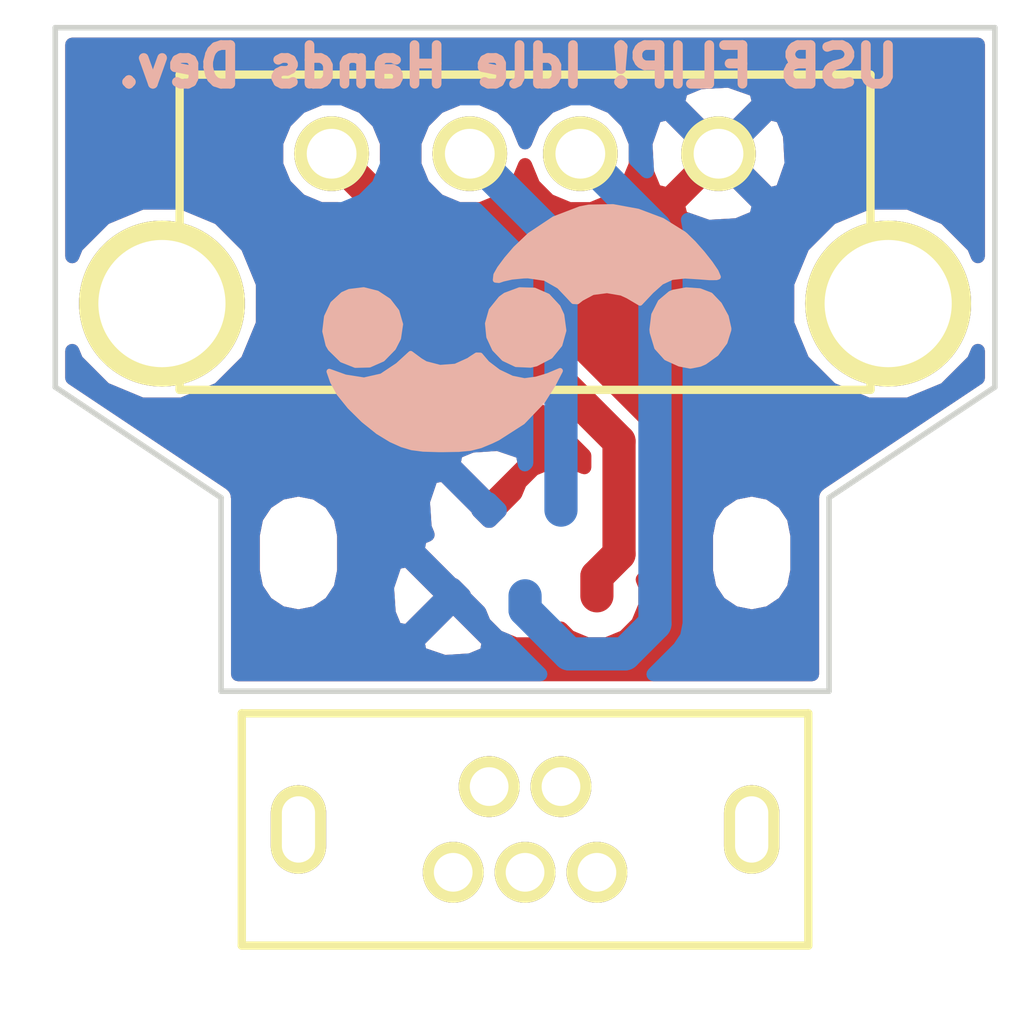
<source format=kicad_pcb>
(kicad_pcb (version 4) (host pcbnew "(2015-07-04 BZR 5884, Git c1bbf3e)-product")

  (general
    (links 5)
    (no_connects 0)
    (area 140.5 89.625 159.000001 103.925)
    (thickness 1.6)
    (drawings 9)
    (tracks 15)
    (zones 0)
    (modules 3)
    (nets 5)
  )

  (page A4)
  (layers
    (0 F.Cu signal)
    (31 B.Cu signal)
    (32 B.Adhes user)
    (33 F.Adhes user)
    (34 B.Paste user)
    (35 F.Paste user)
    (36 B.SilkS user)
    (37 F.SilkS user)
    (38 B.Mask user)
    (39 F.Mask user)
    (40 Dwgs.User user)
    (41 Cmts.User user)
    (42 Eco1.User user)
    (43 Eco2.User user)
    (44 Edge.Cuts user)
    (45 Margin user)
    (46 B.CrtYd user)
    (47 F.CrtYd user)
    (48 B.Fab user)
    (49 F.Fab user)
  )

  (setup
    (last_trace_width 0.6)
    (user_trace_width 0.2)
    (user_trace_width 0.4)
    (user_trace_width 0.6)
    (user_trace_width 0.8)
    (trace_clearance 0.2)
    (zone_clearance 0.13)
    (zone_45_only no)
    (trace_min 0.2)
    (segment_width 0.2)
    (edge_width 0.1)
    (via_size 0.6)
    (via_drill 0.4)
    (via_min_size 0.4)
    (via_min_drill 0.3)
    (uvia_size 0.3)
    (uvia_drill 0.1)
    (uvias_allowed no)
    (uvia_min_size 0.2)
    (uvia_min_drill 0.1)
    (pcb_text_width 0.3)
    (pcb_text_size 1.5 1.5)
    (mod_edge_width 0.15)
    (mod_text_size 1 1)
    (mod_text_width 0.15)
    (pad_size 1.6 1)
    (pad_drill 1.2)
    (pad_to_mask_clearance 0)
    (aux_axis_origin 0 0)
    (visible_elements 7FFFFF7F)
    (pcbplotparams
      (layerselection 0x010f0_80000001)
      (usegerberextensions false)
      (excludeedgelayer true)
      (linewidth 0.100000)
      (plotframeref false)
      (viasonmask false)
      (mode 1)
      (useauxorigin false)
      (hpglpennumber 1)
      (hpglpenspeed 20)
      (hpglpendiameter 15)
      (hpglpenoverlay 2)
      (psnegative false)
      (psa4output false)
      (plotreference true)
      (plotvalue true)
      (plotinvisibletext false)
      (padsonsilk false)
      (subtractmaskfromsilk false)
      (outputformat 1)
      (mirror false)
      (drillshape 0)
      (scaleselection 1)
      (outputdirectory gerber/))
  )

  (net 0 "")
  (net 1 VCC)
  (net 2 /D-)
  (net 3 /D+)
  (net 4 GND)

  (net_class Default "This is the default net class."
    (clearance 0.2)
    (trace_width 0.25)
    (via_dia 0.6)
    (via_drill 0.4)
    (uvia_dia 0.3)
    (uvia_drill 0.1)
    (add_net /D+)
    (add_net /D-)
    (add_net GND)
    (add_net VCC)
  )

  (module project_footprints:USB_A_Vert (layer F.Cu) (tedit 566907B5) (tstamp 5668F911)
    (at 150 97)
    (descr "Micro USB Type B Receptacle")
    (tags "USB USB_B USB_micro USB_OTG")
    (path /5668F8E5)
    (attr smd)
    (fp_text reference P1 (at 0 -6.25) (layer F.SilkS) hide
      (effects (font (size 1 1) (thickness 0.15)))
    )
    (fp_text value USB_B (at 0 -0.85) (layer F.Fab) hide
      (effects (font (size 1 1) (thickness 0.15)))
    )
    (fp_line (start 6.25 -5.65) (end -6.25 -5.65) (layer F.SilkS) (width 0.15))
    (fp_line (start 6.25 0.05) (end 6.25 -5.65) (layer F.SilkS) (width 0.15))
    (fp_line (start -4.6 -5.6) (end 4.6 -5.6) (layer F.CrtYd) (width 0.05))
    (fp_line (start 6.25 0.05) (end -6.25 0.05) (layer F.SilkS) (width 0.15))
    (fp_line (start -6.25 0.05) (end -6.25 -5.65) (layer F.SilkS) (width 0.15))
    (pad 4 thru_hole circle (at 3.5 -4.22 90) (size 1.35 1.35) (drill 0.9) (layers *.Cu *.Mask F.SilkS)
      (net 4 GND))
    (pad 1 thru_hole circle (at -3.5 -4.22 90) (size 1.35 1.35) (drill 0.9) (layers *.Cu *.Mask F.SilkS)
      (net 1 VCC))
    (pad 2 thru_hole circle (at -1 -4.22 90) (size 1.35 1.35) (drill 0.9) (layers *.Cu *.Mask F.SilkS)
      (net 2 /D-))
    (pad 6 thru_hole circle (at 6.57 -1.51 90) (size 3 3) (drill 2.3) (layers *.Cu *.Mask F.SilkS))
    (pad 3 thru_hole circle (at 1 -4.22 90) (size 1.35 1.35) (drill 0.9) (layers *.Cu *.Mask F.SilkS)
      (net 3 /D+))
    (pad 6 thru_hole circle (at -6.57 -1.51 90) (size 3 3) (drill 2.3) (layers *.Cu *.Mask F.SilkS))
  )

  (module project_footprints:USB_Micro-B_Vert_OTG (layer F.Cu) (tedit 56857960) (tstamp 5668F91E)
    (at 150 105)
    (descr "Micro USB Type B Receptacle")
    (tags "USB USB_B USB_micro USB_OTG")
    (path /5668F61B)
    (attr smd)
    (fp_text reference P2 (at 0 -3.45) (layer F.SilkS) hide
      (effects (font (size 1 1) (thickness 0.15)))
    )
    (fp_text value USB_B_OTG (at -0.15 2.95) (layer F.Fab) hide
      (effects (font (size 1 1) (thickness 0.15)))
    )
    (fp_line (start -0.025 -3.35) (end -0.025 3.5) (layer F.CrtYd) (width 0.05))
    (fp_line (start -5.125 -2.1) (end 5.125 -2.1) (layer F.SilkS) (width 0.15))
    (fp_line (start 5.125 -2.1) (end 5.125 2.1) (layer F.SilkS) (width 0.15))
    (fp_line (start 5.125 2.1) (end -5.125 2.1) (layer F.SilkS) (width 0.15))
    (fp_line (start -5.125 2.1) (end -5.125 -2.1) (layer F.SilkS) (width 0.15))
    (pad 6 thru_hole oval (at 4.1 0 90) (size 1.6 1) (drill oval 1.2 0.6) (layers *.Cu *.Mask F.SilkS))
    (pad 1 thru_hole circle (at 1.3 0.775 90) (size 1.1 1.1) (drill 0.7) (layers *.Cu *.Mask F.SilkS)
      (net 1 VCC))
    (pad 3 thru_hole circle (at 0 0.775 90) (size 1.1 1.1) (drill 0.7) (layers *.Cu *.Mask F.SilkS)
      (net 3 /D+))
    (pad 2 thru_hole circle (at 0.65 -0.775 90) (size 1.1 1.1) (drill 0.7) (layers *.Cu *.Mask F.SilkS)
      (net 2 /D-))
    (pad 4 thru_hole circle (at -0.65 -0.775 90) (size 1.1 1.1) (drill 0.7) (layers *.Cu *.Mask F.SilkS)
      (net 4 GND))
    (pad 5 thru_hole circle (at -1.3 0.775 90) (size 1.1 1.1) (drill 0.7) (layers *.Cu *.Mask F.SilkS)
      (net 4 GND))
    (pad 6 thru_hole oval (at -4.1 0 90) (size 1.6 1) (drill oval 1.2 0.6) (layers *.Cu *.Mask F.SilkS))
  )

  (module project_footprints:IdlehandsdevLogo (layer B.Cu) (tedit 0) (tstamp 566EAB1E)
    (at 150 96)
    (fp_text reference G*** (at 0 0) (layer B.SilkS) hide
      (effects (font (thickness 0.3)) (justify mirror))
    )
    (fp_text value LOGO (at 0.75 0) (layer B.SilkS) hide
      (effects (font (thickness 0.3)) (justify mirror))
    )
    (fp_poly (pts (xy 3.4925 -0.993271) (xy 3.45205 -1.087656) (xy 3.347499 -1.241032) (xy 3.204043 -1.422087)
      (xy 3.046877 -1.599507) (xy 2.901199 -1.741979) (xy 2.867337 -1.770208) (xy 2.483085 -2.009503)
      (xy 2.0447 -2.175345) (xy 1.589631 -2.258702) (xy 1.155323 -2.25054) (xy 0.999866 -2.220653)
      (xy 0.526063 -2.039067) (xy 0.087104 -1.747132) (xy -0.171953 -1.500454) (xy -0.333101 -1.312351)
      (xy -0.458323 -1.144321) (xy -0.522395 -1.030449) (xy -0.524193 -1.024437) (xy -0.533547 -0.937979)
      (xy -0.47334 -0.932024) (xy -0.401559 -0.956754) (xy -0.241716 -0.993237) (xy -0.026519 -1.014102)
      (xy 0.053504 -1.016) (xy 0.36265 -0.970829) (xy 0.617919 -0.825069) (xy 0.785089 -0.649843)
      (xy 0.875733 -0.551595) (xy 0.944793 -0.547667) (xy 1.018285 -0.605318) (xy 1.223586 -0.714768)
      (xy 1.482222 -0.748535) (xy 1.743627 -0.703965) (xy 1.862686 -0.649646) (xy 2.080141 -0.521344)
      (xy 2.283584 -0.737033) (xy 2.465605 -0.898913) (xy 2.655706 -0.986891) (xy 2.893924 -1.013001)
      (xy 3.148896 -0.997139) (xy 3.33784 -0.982879) (xy 3.462642 -0.983507) (xy 3.4925 -0.993271)
      (xy 3.4925 -0.993271)) (layer B.SilkS) (width 0.1))
    (fp_poly (pts (xy -2.256388 -0.135546) (xy -2.32313 -0.366837) (xy -2.471322 -0.559387) (xy -2.678207 -0.69524)
      (xy -2.921026 -0.756438) (xy -3.177019 -0.725025) (xy -3.295011 -0.673385) (xy -3.476696 -0.50633)
      (xy -3.58807 -0.270509) (xy -3.619226 -0.00887) (xy -3.560258 0.235638) (xy -3.520396 0.303734)
      (xy -3.313255 0.50643) (xy -3.069757 0.602695) (xy -2.816236 0.596548) (xy -2.579022 0.492009)
      (xy -2.384449 0.293096) (xy -2.293857 0.11653) (xy -2.256388 -0.135546) (xy -2.256388 -0.135546)) (layer B.SilkS) (width 0.1))
    (fp_poly (pts (xy 0.697848 -0.02306) (xy 0.660284 -0.299578) (xy 0.592755 -0.445166) (xy 0.409264 -0.642868)
      (xy 0.167669 -0.747842) (xy -0.098251 -0.75503) (xy -0.354715 -0.659374) (xy -0.437469 -0.599422)
      (xy -0.608419 -0.387353) (xy -0.675542 -0.149238) (xy -0.651646 0.09114) (xy -0.549539 0.31)
      (xy -0.382028 0.483558) (xy -0.16192 0.588032) (xy 0.097976 0.599642) (xy 0.196228 0.577286)
      (xy 0.455573 0.441795) (xy 0.626195 0.232872) (xy 0.697848 -0.02306) (xy 0.697848 -0.02306)) (layer B.SilkS) (width 0.1))
    (fp_poly (pts (xy 3.683 -0.060575) (xy 3.635437 -0.272533) (xy 3.51519 -0.492717) (xy 3.355918 -0.659927)
      (xy 3.351733 -0.662895) (xy 3.159754 -0.736796) (xy 2.915903 -0.753653) (xy 2.682902 -0.711169)
      (xy 2.630182 -0.689321) (xy 2.449083 -0.536475) (xy 2.332583 -0.306428) (xy 2.299907 -0.040594)
      (xy 2.30489 0.011511) (xy 2.38628 0.283521) (xy 2.554509 0.469784) (xy 2.795202 0.579363)
      (xy 2.991218 0.616756) (xy 3.16264 0.583063) (xy 3.248029 0.546039) (xy 3.457858 0.395317)
      (xy 3.613004 0.187545) (xy 3.681999 -0.033393) (xy 3.683 -0.060575) (xy 3.683 -0.060575)) (layer B.SilkS) (width 0.1))
    (fp_poly (pts (xy 0.634078 0.705366) (xy 0.414328 0.797183) (xy 0.202774 0.860911) (xy -0.006549 0.888717)
      (xy -0.013836 0.888763) (xy -0.239392 0.843156) (xy -0.48341 0.727385) (xy -0.687447 0.572352)
      (xy -0.749375 0.499839) (xy -0.81126 0.426649) (xy -0.875696 0.424809) (xy -0.987791 0.49726)
      (xy -1.01481 0.517161) (xy -1.259161 0.62762) (xy -1.5388 0.648846) (xy -1.8023 0.580424)
      (xy -1.896559 0.524282) (xy -2.069738 0.396246) (xy -2.299749 0.607035) (xy -2.594888 0.803863)
      (xy -2.913258 0.87618) (xy -3.251683 0.823315) (xy -3.278519 0.814021) (xy -3.542174 0.719211)
      (xy -3.478429 0.902071) (xy -3.363725 1.112174) (xy -3.168625 1.353347) (xy -2.923807 1.595076)
      (xy -2.659945 1.806849) (xy -2.425071 1.949817) (xy -2.226681 2.038827) (xy -2.047876 2.092284)
      (xy -1.843262 2.118813) (xy -1.567445 2.12704) (xy -1.491299 2.12725) (xy -1.199823 2.122674)
      (xy -0.987541 2.102282) (xy -0.806783 2.056086) (xy -0.609877 1.974093) (xy -0.49384 1.918209)
      (xy -0.044658 1.629984) (xy 0.316505 1.253542) (xy 0.513082 0.940058) (xy 0.634078 0.705366)
      (xy 0.634078 0.705366)) (layer B.SilkS) (width 0.1))
  )

  (gr_text "USB FLIP! Idle Hands Dev." (at 149.7 91.2) (layer B.SilkS)
    (effects (font (size 0.7 0.7) (thickness 0.175)) (justify mirror))
  )
  (gr_line (start 141.5 97) (end 141.5 90.5) (layer Edge.Cuts) (width 0.1))
  (gr_line (start 144.5 99) (end 141.5 97) (layer Edge.Cuts) (width 0.1))
  (gr_line (start 144.5 102.5) (end 144.5 99) (layer Edge.Cuts) (width 0.1))
  (gr_line (start 155.5 102.5) (end 144.5 102.5) (layer Edge.Cuts) (width 0.1))
  (gr_line (start 155.5 99) (end 155.5 102.5) (layer Edge.Cuts) (width 0.1))
  (gr_line (start 158.5 97) (end 155.5 99) (layer Edge.Cuts) (width 0.1))
  (gr_line (start 158.5 90.5) (end 158.5 97) (layer Edge.Cuts) (width 0.1))
  (gr_line (start 141.5 90.5) (end 158.5 90.5) (layer Edge.Cuts) (width 0.1))

  (segment (start 151.3 100.775) (end 151.3 100.421) (width 0.6) (layer F.Cu) (net 1))
  (segment (start 151.3 100.421) (end 151.700001 100.020999) (width 0.6) (layer F.Cu) (net 1))
  (segment (start 151.700001 100.020999) (end 151.700001 97.980001) (width 0.6) (layer F.Cu) (net 1))
  (segment (start 151.700001 97.980001) (end 147.174999 93.454999) (width 0.6) (layer F.Cu) (net 1))
  (segment (start 147.174999 93.454999) (end 146.5 92.78) (width 0.6) (layer F.Cu) (net 1))
  (segment (start 150.65 99.225) (end 150.65 94.43) (width 0.6) (layer B.Cu) (net 2))
  (segment (start 150.65 94.43) (end 149 92.78) (width 0.6) (layer B.Cu) (net 2))
  (segment (start 149.35 93.13) (end 149 92.78) (width 0.4) (layer F.Cu) (net 2))
  (segment (start 150 100.775) (end 150 101.029002) (width 0.6) (layer B.Cu) (net 3))
  (segment (start 150 101.029002) (end 150.795999 101.825001) (width 0.6) (layer B.Cu) (net 3))
  (segment (start 150.795999 101.825001) (end 151.804001 101.825001) (width 0.6) (layer B.Cu) (net 3))
  (segment (start 151.804001 101.825001) (end 152.350001 101.279001) (width 0.6) (layer B.Cu) (net 3))
  (segment (start 152.350001 101.279001) (end 152.350001 94.130001) (width 0.6) (layer B.Cu) (net 3))
  (segment (start 152.350001 94.130001) (end 151.674999 93.454999) (width 0.6) (layer B.Cu) (net 3))
  (segment (start 151.674999 93.454999) (end 151 92.78) (width 0.6) (layer B.Cu) (net 3))

  (zone (net 4) (net_name GND) (layer F.Cu) (tstamp 0) (hatch edge 0.508)
    (connect_pads (clearance 0.13))
    (min_thickness 0.254)
    (fill yes (arc_segments 16) (thermal_gap 0.508) (thermal_bridge_width 0.508))
    (polygon
      (pts
        (xy 140.5 90) (xy 159 90) (xy 159 103.5) (xy 140.5 103.5)
      )
    )
    (filled_polygon
      (pts
        (xy 158.193 94.633699) (xy 158.119758 94.45644) (xy 157.606264 93.942048) (xy 156.935007 93.663318) (xy 156.208182 93.662684)
        (xy 155.53644 93.940242) (xy 155.022048 94.453736) (xy 154.743318 95.124993) (xy 154.742684 95.851818) (xy 155.020242 96.52356)
        (xy 155.533736 97.037952) (xy 156.204993 97.316682) (xy 156.931818 97.317316) (xy 157.60356 97.039758) (xy 158.117952 96.526264)
        (xy 158.193 96.345528) (xy 158.193 96.835699) (xy 155.329707 98.744561) (xy 155.308193 98.76603) (xy 155.282918 98.782918)
        (xy 155.266207 98.807927) (xy 155.244917 98.829173) (xy 155.233255 98.857244) (xy 155.216369 98.882516) (xy 155.210502 98.912013)
        (xy 155.198961 98.939792) (xy 155.198929 98.970191) (xy 155.193 99) (xy 155.193 102.193) (xy 144.807 102.193)
        (xy 144.807 101.601433) (xy 148.053172 101.601433) (xy 148.096508 101.821701) (xy 148.543001 101.972972) (xy 149.013396 101.941863)
        (xy 149.303492 101.821701) (xy 149.346828 101.601433) (xy 148.7 100.954605) (xy 148.053172 101.601433) (xy 144.807 101.601433)
        (xy 144.807 101.378492) (xy 147.653299 101.378492) (xy 147.873567 101.421828) (xy 148.520395 100.775) (xy 147.873567 100.128172)
        (xy 147.653299 100.171508) (xy 146.727 100.171508) (xy 146.727 99.677921) (xy 146.664048 99.361442) (xy 146.484777 99.093144)
        (xy 146.216479 98.913873) (xy 145.9 98.850921) (xy 145.583521 98.913873) (xy 145.315223 99.093144) (xy 145.135952 99.361442)
        (xy 145.073 99.677921) (xy 145.073 100.322079) (xy 145.135952 100.638558) (xy 145.315223 100.906856) (xy 145.583521 101.086127)
        (xy 145.9 101.149079) (xy 146.216479 101.086127) (xy 146.484777 100.906856) (xy 146.664048 100.638558) (xy 146.727 100.322079)
        (xy 146.727 100.171508) (xy 147.653299 100.171508) (xy 146.727 100.171508) (xy 146.727 100.171508) (xy 147.653299 100.171508)
        (xy 147.502028 100.618001) (xy 147.533137 101.088396) (xy 147.653299 101.378492) (xy 144.807 101.378492) (xy 144.807 99)
        (xy 144.80107 98.970186) (xy 144.801038 98.939792) (xy 144.789499 98.912016) (xy 144.783631 98.882516) (xy 144.766744 98.857243)
        (xy 144.755083 98.829173) (xy 144.733792 98.807927) (xy 144.717082 98.782918) (xy 144.691809 98.766031) (xy 144.670293 98.74456)
        (xy 143.640658 98.058137) (xy 149.036604 98.058137) (xy 148.746508 98.178299) (xy 148.703172 98.398567) (xy 149.35 99.045395)
        (xy 149.996828 98.398567) (xy 149.953492 98.178299) (xy 149.506999 98.027028) (xy 149.036604 98.058137) (xy 143.640658 98.058137)
        (xy 141.807 96.835699) (xy 141.807 96.346301) (xy 141.880242 96.52356) (xy 142.393736 97.037952) (xy 143.064993 97.316682)
        (xy 143.791818 97.317316) (xy 144.46356 97.039758) (xy 144.977952 96.526264) (xy 145.256682 95.855007) (xy 145.257316 95.128182)
        (xy 144.979758 94.45644) (xy 144.466264 93.942048) (xy 143.795007 93.663318) (xy 143.068182 93.662684) (xy 142.39644 93.940242)
        (xy 141.882048 94.453736) (xy 141.807 94.634472) (xy 141.807 91.930051) (xy 145.933154 91.930051) (xy 145.651041 92.211672)
        (xy 145.498175 92.579816) (xy 145.497827 92.978436) (xy 145.650051 93.346846) (xy 145.931672 93.628959) (xy 146.299816 93.781825)
        (xy 146.615388 93.7821) (xy 151.073001 98.239713) (xy 151.073001 98.451044) (xy 150.825211 98.348153) (xy 150.476319 98.347849)
        (xy 150.153869 98.481082) (xy 149.906949 98.727571) (xy 149.821678 98.932927) (xy 149.529605 99.225) (xy 149.543748 99.239143)
        (xy 149.364143 99.418748) (xy 149.35 99.404605) (xy 149.335858 99.418748) (xy 149.156253 99.239143) (xy 149.170395 99.225)
        (xy 148.523567 98.578172) (xy 148.303299 98.621508) (xy 148.152028 99.068001) (xy 148.183137 99.538396) (xy 148.237591 99.66986)
        (xy 148.096508 99.728299) (xy 148.053172 99.948567) (xy 148.7 100.595395) (xy 148.714143 100.581253) (xy 148.893748 100.760858)
        (xy 148.879605 100.775) (xy 149.17183 101.067225) (xy 149.256082 101.271131) (xy 149.502571 101.518051) (xy 149.824789 101.651847)
        (xy 150.173681 101.652151) (xy 150.496131 101.518918) (xy 150.650052 101.365265) (xy 150.802571 101.518051) (xy 151.124789 101.651847)
        (xy 151.473681 101.652151) (xy 151.796131 101.518918) (xy 152.043051 101.272429) (xy 152.176847 100.950211) (xy 152.177151 100.601319)
        (xy 152.127225 100.480487) (xy 152.143357 100.464355) (xy 152.279274 100.260941) (xy 152.327001 100.020999) (xy 152.327001 98.913873)
        (xy 153.783521 98.913873) (xy 153.515223 99.093144) (xy 153.335952 99.361442) (xy 153.273 99.677921) (xy 153.273 100.322079)
        (xy 153.335952 100.638558) (xy 153.515223 100.906856) (xy 153.783521 101.086127) (xy 154.1 101.149079) (xy 154.416479 101.086127)
        (xy 154.684777 100.906856) (xy 154.864048 100.638558) (xy 154.927 100.322079) (xy 154.927 99.677921) (xy 154.864048 99.361442)
        (xy 154.684777 99.093144) (xy 154.416479 98.913873) (xy 154.1 98.850921) (xy 153.783521 98.913873) (xy 152.327001 98.913873)
        (xy 152.327001 97.980001) (xy 152.279273 97.740058) (xy 152.143357 97.536645) (xy 148.53704 93.930328) (xy 152.821219 93.930328)
        (xy 153.3131 94.102522) (xy 153.833434 94.073375) (xy 154.178781 93.930328) (xy 154.237542 93.697147) (xy 153.5 92.959605)
        (xy 152.762458 93.697147) (xy 151.404214 93.697147) (xy 151.566846 93.629949) (xy 151.848959 93.348328) (xy 152.001825 92.980184)
        (xy 152.002173 92.581564) (xy 151.849949 92.213154) (xy 151.73821 92.101219) (xy 152.349672 92.101219) (xy 152.177478 92.5931)
        (xy 152.206625 93.113434) (xy 152.349672 93.458781) (xy 152.582853 93.517542) (xy 153.320395 92.78) (xy 153.679605 92.78)
        (xy 154.417147 93.517542) (xy 154.650328 93.458781) (xy 154.822522 92.9669) (xy 154.793375 92.446566) (xy 154.650328 92.101219)
        (xy 154.417147 92.042458) (xy 153.679605 92.78) (xy 153.320395 92.78) (xy 153.320395 92.78) (xy 152.582853 92.042458)
        (xy 152.349672 92.101219) (xy 151.73821 92.101219) (xy 151.568328 91.931041) (xy 151.200184 91.778175) (xy 150.801564 91.777827)
        (xy 150.433154 91.930051) (xy 150.151041 92.211672) (xy 149.999817 92.575862) (xy 149.849949 92.213154) (xy 149.568328 91.931041)
        (xy 149.200184 91.778175) (xy 148.801564 91.777827) (xy 148.433154 91.930051) (xy 148.151041 92.211672) (xy 147.998175 92.579816)
        (xy 147.997827 92.978436) (xy 148.150051 93.346846) (xy 148.431672 93.628959) (xy 148.799816 93.781825) (xy 149.198436 93.782173)
        (xy 149.566846 93.629949) (xy 149.637138 93.55978) (xy 149.722645 93.502645) (xy 149.779281 93.417885) (xy 149.848959 93.348328)
        (xy 150.000183 92.984138) (xy 150.150051 93.346846) (xy 150.431672 93.628959) (xy 150.799816 93.781825) (xy 151.198436 93.782173)
        (xy 151.404214 93.697147) (xy 152.762458 93.697147) (xy 151.404214 93.697147) (xy 151.404214 93.697147) (xy 152.762458 93.697147)
        (xy 152.821219 93.930328) (xy 148.53704 93.930328) (xy 147.501899 92.895187) (xy 147.502173 92.581564) (xy 147.349949 92.213154)
        (xy 147.068328 91.931041) (xy 146.700184 91.778175) (xy 146.301564 91.777827) (xy 145.933154 91.930051) (xy 141.807 91.930051)
        (xy 141.807 91.486625) (xy 153.166566 91.486625) (xy 152.821219 91.629672) (xy 152.762458 91.862853) (xy 153.5 92.600395)
        (xy 154.237542 91.862853) (xy 154.178781 91.629672) (xy 153.6869 91.457478) (xy 153.166566 91.486625) (xy 141.807 91.486625)
        (xy 141.807 90.807) (xy 158.193 90.807) (xy 158.193 94.633699)
      )
    )
  )
  (zone (net 4) (net_name GND) (layer B.Cu) (tstamp 566EA0DB) (hatch edge 0.508)
    (connect_pads (clearance 0.13))
    (min_thickness 0.254)
    (fill yes (arc_segments 16) (thermal_gap 0.508) (thermal_bridge_width 0.508))
    (polygon
      (pts
        (xy 140.5 90) (xy 159 90) (xy 159 103.5) (xy 140.5 103.5)
      )
    )
    (filled_polygon
      (pts
        (xy 158.193 94.633699) (xy 158.119758 94.45644) (xy 157.606264 93.942048) (xy 156.935007 93.663318) (xy 156.208182 93.662684)
        (xy 155.53644 93.940242) (xy 155.022048 94.453736) (xy 154.743318 95.124993) (xy 154.742684 95.851818) (xy 155.020242 96.52356)
        (xy 155.533736 97.037952) (xy 156.204993 97.316682) (xy 156.931818 97.317316) (xy 157.60356 97.039758) (xy 158.117952 96.526264)
        (xy 158.193 96.345528) (xy 158.193 96.835699) (xy 155.329707 98.744561) (xy 155.308193 98.76603) (xy 155.282918 98.782918)
        (xy 155.266207 98.807927) (xy 155.244917 98.829173) (xy 155.233255 98.857244) (xy 155.216369 98.882516) (xy 155.210502 98.912013)
        (xy 155.198961 98.939792) (xy 155.198929 98.970191) (xy 155.193 99) (xy 155.193 102.193) (xy 152.322714 102.193)
        (xy 152.793357 101.722357) (xy 152.929274 101.518943) (xy 152.977001 101.279001) (xy 152.977001 98.913873) (xy 153.783521 98.913873)
        (xy 153.515223 99.093144) (xy 153.335952 99.361442) (xy 153.273 99.677921) (xy 153.273 100.322079) (xy 153.335952 100.638558)
        (xy 153.515223 100.906856) (xy 153.783521 101.086127) (xy 154.1 101.149079) (xy 154.416479 101.086127) (xy 154.684777 100.906856)
        (xy 154.864048 100.638558) (xy 154.927 100.322079) (xy 154.927 99.677921) (xy 154.864048 99.361442) (xy 154.684777 99.093144)
        (xy 154.416479 98.913873) (xy 154.1 98.850921) (xy 153.783521 98.913873) (xy 152.977001 98.913873) (xy 152.977001 94.130001)
        (xy 152.94597 93.974) (xy 153.3131 94.102522) (xy 153.833434 94.073375) (xy 154.178781 93.930328) (xy 154.237542 93.697147)
        (xy 153.5 92.959605) (xy 153.485858 92.973748) (xy 153.306253 92.794143) (xy 153.320395 92.78) (xy 153.679605 92.78)
        (xy 154.417147 93.517542) (xy 154.650328 93.458781) (xy 154.822522 92.9669) (xy 154.793375 92.446566) (xy 154.650328 92.101219)
        (xy 154.417147 92.042458) (xy 153.679605 92.78) (xy 153.320395 92.78) (xy 153.320395 92.78) (xy 152.582853 92.042458)
        (xy 152.349672 92.101219) (xy 152.177478 92.5931) (xy 152.205823 93.099111) (xy 152.001899 92.895187) (xy 152.002173 92.581564)
        (xy 151.849949 92.213154) (xy 151.568328 91.931041) (xy 151.200184 91.778175) (xy 150.801564 91.777827) (xy 150.433154 91.930051)
        (xy 150.151041 92.211672) (xy 149.999817 92.575862) (xy 149.849949 92.213154) (xy 149.568328 91.931041) (xy 149.200184 91.778175)
        (xy 148.801564 91.777827) (xy 148.433154 91.930051) (xy 148.151041 92.211672) (xy 147.998175 92.579816) (xy 147.997827 92.978436)
        (xy 148.150051 93.346846) (xy 148.431672 93.628959) (xy 148.799816 93.781825) (xy 149.115388 93.7821) (xy 150.023 94.689712)
        (xy 150.023 98.372392) (xy 149.996828 98.398564) (xy 149.953492 98.178299) (xy 149.506999 98.027028) (xy 149.036604 98.058137)
        (xy 148.746508 98.178299) (xy 148.703172 98.398567) (xy 149.35 99.045395) (xy 149.364143 99.031253) (xy 149.543748 99.210858)
        (xy 149.529605 99.225) (xy 149.543748 99.239143) (xy 149.364143 99.418748) (xy 149.35 99.404605) (xy 149.335858 99.418748)
        (xy 149.156253 99.239143) (xy 149.170395 99.225) (xy 148.523567 98.578172) (xy 148.303299 98.621508) (xy 148.152028 99.068001)
        (xy 148.183137 99.538396) (xy 148.237591 99.66986) (xy 148.096508 99.728299) (xy 148.053172 99.948567) (xy 148.7 100.595395)
        (xy 148.714143 100.581253) (xy 148.893748 100.760858) (xy 148.879605 100.775) (xy 149.17183 101.067225) (xy 149.256082 101.271131)
        (xy 149.502571 101.518051) (xy 149.67318 101.588894) (xy 150.277286 102.193) (xy 144.807 102.193) (xy 144.807 101.601433)
        (xy 148.053172 101.601433) (xy 148.096508 101.821701) (xy 148.543001 101.972972) (xy 149.013396 101.941863) (xy 149.303492 101.821701)
        (xy 149.346828 101.601433) (xy 148.7 100.954605) (xy 148.053172 101.601433) (xy 144.807 101.601433) (xy 144.807 101.378492)
        (xy 147.653299 101.378492) (xy 147.873567 101.421828) (xy 148.520395 100.775) (xy 147.873567 100.128172) (xy 147.653299 100.171508)
        (xy 146.727 100.171508) (xy 146.727 99.677921) (xy 146.664048 99.361442) (xy 146.484777 99.093144) (xy 146.216479 98.913873)
        (xy 145.9 98.850921) (xy 145.583521 98.913873) (xy 145.315223 99.093144) (xy 145.135952 99.361442) (xy 145.073 99.677921)
        (xy 145.073 100.322079) (xy 145.135952 100.638558) (xy 145.315223 100.906856) (xy 145.583521 101.086127) (xy 145.9 101.149079)
        (xy 146.216479 101.086127) (xy 146.484777 100.906856) (xy 146.664048 100.638558) (xy 146.727 100.322079) (xy 146.727 100.171508)
        (xy 147.653299 100.171508) (xy 146.727 100.171508) (xy 146.727 100.171508) (xy 147.653299 100.171508) (xy 147.502028 100.618001)
        (xy 147.533137 101.088396) (xy 147.653299 101.378492) (xy 144.807 101.378492) (xy 144.807 99) (xy 144.80107 98.970186)
        (xy 144.801038 98.939792) (xy 144.789499 98.912016) (xy 144.783631 98.882516) (xy 144.766744 98.857243) (xy 144.755083 98.829173)
        (xy 144.733792 98.807927) (xy 144.717082 98.782918) (xy 144.691809 98.766031) (xy 144.670293 98.74456) (xy 141.807 96.835699)
        (xy 141.807 96.346301) (xy 141.880242 96.52356) (xy 142.393736 97.037952) (xy 143.064993 97.316682) (xy 143.791818 97.317316)
        (xy 144.46356 97.039758) (xy 144.977952 96.526264) (xy 145.256682 95.855007) (xy 145.257316 95.128182) (xy 144.979758 94.45644)
        (xy 144.466264 93.942048) (xy 143.795007 93.663318) (xy 143.068182 93.662684) (xy 142.39644 93.940242) (xy 141.882048 94.453736)
        (xy 141.807 94.634472) (xy 141.807 91.930051) (xy 145.933154 91.930051) (xy 145.651041 92.211672) (xy 145.498175 92.579816)
        (xy 145.497827 92.978436) (xy 145.650051 93.346846) (xy 145.931672 93.628959) (xy 146.299816 93.781825) (xy 146.698436 93.782173)
        (xy 147.066846 93.629949) (xy 147.348959 93.348328) (xy 147.501825 92.980184) (xy 147.502173 92.581564) (xy 147.349949 92.213154)
        (xy 147.068328 91.931041) (xy 146.700184 91.778175) (xy 146.301564 91.777827) (xy 145.933154 91.930051) (xy 141.807 91.930051)
        (xy 141.807 91.486625) (xy 153.166566 91.486625) (xy 152.821219 91.629672) (xy 152.762458 91.862853) (xy 153.5 92.600395)
        (xy 154.237542 91.862853) (xy 154.178781 91.629672) (xy 153.6869 91.457478) (xy 153.166566 91.486625) (xy 141.807 91.486625)
        (xy 141.807 90.807) (xy 158.193 90.807) (xy 158.193 94.633699)
      )
    )
  )
)

</source>
